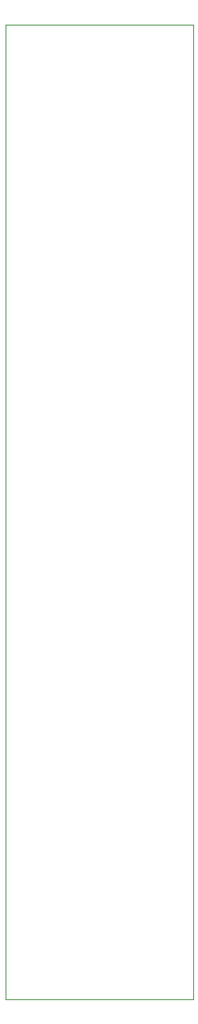
<source format=gbr>
%TF.GenerationSoftware,KiCad,Pcbnew,6.0.11+dfsg-1~bpo11+1*%
%TF.CreationDate,2023-04-14T10:24:11+08:00*%
%TF.ProjectId,MiniVerb - Main,4d696e69-5665-4726-9220-2d204d61696e,rev?*%
%TF.SameCoordinates,Original*%
%TF.FileFunction,Profile,NP*%
%FSLAX46Y46*%
G04 Gerber Fmt 4.6, Leading zero omitted, Abs format (unit mm)*
G04 Created by KiCad (PCBNEW 6.0.11+dfsg-1~bpo11+1) date 2023-04-14 10:24:11*
%MOMM*%
%LPD*%
G01*
G04 APERTURE LIST*
%TA.AperFunction,Profile*%
%ADD10C,0.100000*%
%TD*%
G04 APERTURE END LIST*
D10*
X180099067Y-153545933D02*
X160099067Y-153545933D01*
X160099067Y-153545933D02*
X160099067Y-50045933D01*
X160099067Y-50045933D02*
X180099067Y-50045933D01*
X180099067Y-50045933D02*
X180099067Y-153545933D01*
M02*

</source>
